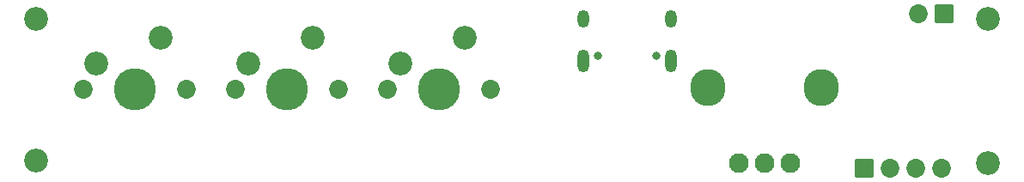
<source format=gbs>
%TF.GenerationSoftware,KiCad,Pcbnew,9.0.2*%
%TF.CreationDate,2025-05-22T15:05:22+08:00*%
%TF.ProjectId,tsubaki_lite,74737562-616b-4695-9f6c-6974652e6b69,2025.4*%
%TF.SameCoordinates,Original*%
%TF.FileFunction,Soldermask,Bot*%
%TF.FilePolarity,Negative*%
%FSLAX46Y46*%
G04 Gerber Fmt 4.6, Leading zero omitted, Abs format (unit mm)*
G04 Created by KiCad (PCBNEW 9.0.2) date 2025-05-22 15:05:22*
%MOMM*%
%LPD*%
G01*
G04 APERTURE LIST*
G04 Aperture macros list*
%AMRoundRect*
0 Rectangle with rounded corners*
0 $1 Rounding radius*
0 $2 $3 $4 $5 $6 $7 $8 $9 X,Y pos of 4 corners*
0 Add a 4 corners polygon primitive as box body*
4,1,4,$2,$3,$4,$5,$6,$7,$8,$9,$2,$3,0*
0 Add four circle primitives for the rounded corners*
1,1,$1+$1,$2,$3*
1,1,$1+$1,$4,$5*
1,1,$1+$1,$6,$7*
1,1,$1+$1,$8,$9*
0 Add four rect primitives between the rounded corners*
20,1,$1+$1,$2,$3,$4,$5,0*
20,1,$1+$1,$4,$5,$6,$7,0*
20,1,$1+$1,$6,$7,$8,$9,0*
20,1,$1+$1,$8,$9,$2,$3,0*%
G04 Aperture macros list end*
%ADD10C,0.802400*%
%ADD11O,1.152400X2.252400*%
%ADD12O,1.152400X1.752400*%
%ADD13C,2.352400*%
%ADD14C,1.852400*%
%ADD15C,4.152400*%
%ADD16RoundRect,0.076200X0.850000X-0.850000X0.850000X0.850000X-0.850000X0.850000X-0.850000X-0.850000X0*%
%ADD17RoundRect,0.076200X-0.850000X0.850000X-0.850000X-0.850000X0.850000X-0.850000X0.850000X0.850000X0*%
%ADD18C,1.952400*%
%ADD19O,3.452400X3.652400*%
G04 APERTURE END LIST*
D10*
%TO.C,J1*%
X157129248Y-96648130D03*
X151349248Y-96648130D03*
D11*
X158559248Y-97178130D03*
D12*
X158559248Y-92998130D03*
D11*
X149919248Y-97178130D03*
D12*
X149919248Y-92998130D03*
%TD*%
D13*
%TO.C,H1*%
X96000000Y-93000000D03*
%TD*%
D14*
%TO.C,SW_1_2*%
X115590000Y-100000000D03*
D15*
X120670000Y-100000000D03*
D14*
X125750000Y-100000000D03*
D13*
X123210000Y-94920000D03*
X116860000Y-97460000D03*
%TD*%
%TO.C,H3*%
X189750000Y-93000000D03*
%TD*%
D16*
%TO.C,J3*%
X177630000Y-107750100D03*
D14*
X180170000Y-107750100D03*
X182710000Y-107750100D03*
X185250000Y-107750100D03*
%TD*%
D17*
%TO.C,J2*%
X185485000Y-92500100D03*
D14*
X182945000Y-92500100D03*
%TD*%
D13*
%TO.C,H4*%
X189750000Y-107250000D03*
%TD*%
%TO.C,H2*%
X96000000Y-107000000D03*
%TD*%
D14*
%TO.C,SW_1_1*%
X100670000Y-100000000D03*
D15*
X105750000Y-100000000D03*
D14*
X110830000Y-100000000D03*
D13*
X108290000Y-94920000D03*
X101940000Y-97460000D03*
%TD*%
D18*
%TO.C,SW3*%
X165209995Y-107250064D03*
X170290005Y-107250064D03*
X167750000Y-107250064D03*
D19*
X173349949Y-99749936D03*
X162150051Y-99749936D03*
%TD*%
D14*
%TO.C,SW_1_3*%
X130590000Y-100000000D03*
D15*
X135670000Y-100000000D03*
D14*
X140750000Y-100000000D03*
D13*
X138210000Y-94920000D03*
X131860000Y-97460000D03*
%TD*%
M02*

</source>
